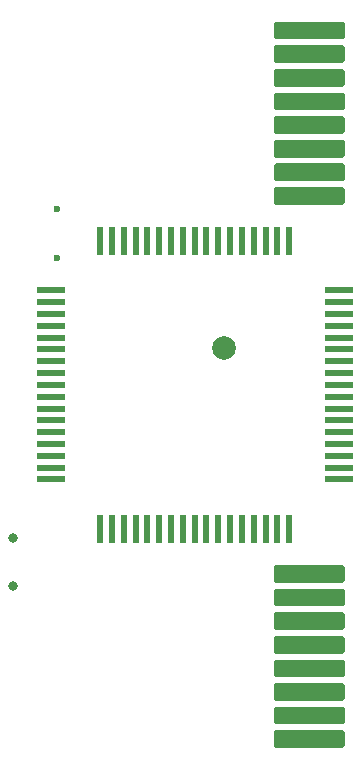
<source format=gbs>
G04 #@! TF.GenerationSoftware,KiCad,Pcbnew,(5.1.9)-1*
G04 #@! TF.CreationDate,2023-01-31T21:08:26+01:00*
G04 #@! TF.ProjectId,Side,53696465-2e6b-4696-9361-645f70636258,rev?*
G04 #@! TF.SameCoordinates,PXd59f80PYd59f80*
G04 #@! TF.FileFunction,Soldermask,Bot*
G04 #@! TF.FilePolarity,Negative*
%FSLAX46Y46*%
G04 Gerber Fmt 4.6, Leading zero omitted, Abs format (unit mm)*
G04 Created by KiCad (PCBNEW (5.1.9)-1) date 2023-01-31 21:08:26*
%MOMM*%
%LPD*%
G01*
G04 APERTURE LIST*
%ADD10C,2.000000*%
%ADD11R,0.600000X2.400000*%
%ADD12R,2.400000X0.600000*%
%ADD13O,0.800000X0.800000*%
%ADD14C,0.600000*%
G04 APERTURE END LIST*
D10*
X18500000Y-28900000D03*
D11*
X8000000Y-44200000D03*
X9000000Y-44200000D03*
X10000000Y-44200000D03*
X11000000Y-44200000D03*
X12000000Y-44200000D03*
X13000000Y-44200000D03*
X14000000Y-44200000D03*
X15000000Y-44200000D03*
X16000000Y-44200000D03*
X17000000Y-44200000D03*
X18000000Y-44200000D03*
X19000000Y-44200000D03*
X20000000Y-44200000D03*
X21000000Y-44200000D03*
X22000000Y-44200000D03*
X23000000Y-44200000D03*
X24000000Y-44200000D03*
D12*
X28200000Y-40000000D03*
X28200000Y-39000000D03*
X28200000Y-38000000D03*
X28200000Y-37000000D03*
X28200000Y-36000000D03*
X28200000Y-35000000D03*
X28200000Y-34000000D03*
X28200000Y-33000000D03*
X28200000Y-32000000D03*
X28200000Y-31000000D03*
X28200000Y-30000000D03*
X28200000Y-29000000D03*
X28200000Y-28000000D03*
X28200000Y-27000000D03*
X28200000Y-26000000D03*
X28200000Y-25000000D03*
X28200000Y-24000000D03*
D11*
X24000000Y-19800000D03*
X23000000Y-19800000D03*
X22000000Y-19800000D03*
X21000000Y-19800000D03*
X20000000Y-19800000D03*
X19000000Y-19800000D03*
X18000000Y-19800000D03*
X17000000Y-19800000D03*
X16000000Y-19800000D03*
X15000000Y-19800000D03*
X14000000Y-19800000D03*
X13000000Y-19800000D03*
X12000000Y-19800000D03*
X11000000Y-19800000D03*
X10000000Y-19800000D03*
X9000000Y-19800000D03*
X8000000Y-19800000D03*
D12*
X3800000Y-24000000D03*
X3800000Y-25000000D03*
X3800000Y-26000000D03*
X3800000Y-27000000D03*
X3800000Y-28000000D03*
X3800000Y-29000000D03*
X3800000Y-30000000D03*
X3800000Y-31000000D03*
X3800000Y-32000000D03*
X3800000Y-33000000D03*
X3800000Y-34000000D03*
X3800000Y-35000000D03*
X3800000Y-36000000D03*
X3800000Y-37000000D03*
X3800000Y-38000000D03*
X3800000Y-39000000D03*
X3800000Y-40000000D03*
D13*
X650000Y-49000000D03*
X650000Y-45000000D03*
D14*
X4350000Y-17125000D03*
X4350000Y-21275000D03*
G36*
G01*
X22700000Y-16600000D02*
X22700000Y-15400000D01*
G75*
G02*
X22850000Y-15250000I150000J0D01*
G01*
X28550000Y-15250000D01*
G75*
G02*
X28700000Y-15400000I0J-150000D01*
G01*
X28700000Y-16600000D01*
G75*
G02*
X28550000Y-16750000I-150000J0D01*
G01*
X22850000Y-16750000D01*
G75*
G02*
X22700000Y-16600000I0J150000D01*
G01*
G37*
G36*
G01*
X22700000Y-14600000D02*
X22700000Y-13400000D01*
G75*
G02*
X22850000Y-13250000I150000J0D01*
G01*
X28550000Y-13250000D01*
G75*
G02*
X28700000Y-13400000I0J-150000D01*
G01*
X28700000Y-14600000D01*
G75*
G02*
X28550000Y-14750000I-150000J0D01*
G01*
X22850000Y-14750000D01*
G75*
G02*
X22700000Y-14600000I0J150000D01*
G01*
G37*
G36*
G01*
X22700000Y-12600000D02*
X22700000Y-11400000D01*
G75*
G02*
X22850000Y-11250000I150000J0D01*
G01*
X28550000Y-11250000D01*
G75*
G02*
X28700000Y-11400000I0J-150000D01*
G01*
X28700000Y-12600000D01*
G75*
G02*
X28550000Y-12750000I-150000J0D01*
G01*
X22850000Y-12750000D01*
G75*
G02*
X22700000Y-12600000I0J150000D01*
G01*
G37*
G36*
G01*
X22700000Y-10600000D02*
X22700000Y-9400000D01*
G75*
G02*
X22850000Y-9250000I150000J0D01*
G01*
X28550000Y-9250000D01*
G75*
G02*
X28700000Y-9400000I0J-150000D01*
G01*
X28700000Y-10600000D01*
G75*
G02*
X28550000Y-10750000I-150000J0D01*
G01*
X22850000Y-10750000D01*
G75*
G02*
X22700000Y-10600000I0J150000D01*
G01*
G37*
G36*
G01*
X22700000Y-8600000D02*
X22700000Y-7400000D01*
G75*
G02*
X22850000Y-7250000I150000J0D01*
G01*
X28550000Y-7250000D01*
G75*
G02*
X28700000Y-7400000I0J-150000D01*
G01*
X28700000Y-8600000D01*
G75*
G02*
X28550000Y-8750000I-150000J0D01*
G01*
X22850000Y-8750000D01*
G75*
G02*
X22700000Y-8600000I0J150000D01*
G01*
G37*
G36*
G01*
X22700000Y-6600000D02*
X22700000Y-5400000D01*
G75*
G02*
X22850000Y-5250000I150000J0D01*
G01*
X28550000Y-5250000D01*
G75*
G02*
X28700000Y-5400000I0J-150000D01*
G01*
X28700000Y-6600000D01*
G75*
G02*
X28550000Y-6750000I-150000J0D01*
G01*
X22850000Y-6750000D01*
G75*
G02*
X22700000Y-6600000I0J150000D01*
G01*
G37*
G36*
G01*
X22700000Y-4600000D02*
X22700000Y-3400000D01*
G75*
G02*
X22850000Y-3250000I150000J0D01*
G01*
X28550000Y-3250000D01*
G75*
G02*
X28700000Y-3400000I0J-150000D01*
G01*
X28700000Y-4600000D01*
G75*
G02*
X28550000Y-4750000I-150000J0D01*
G01*
X22850000Y-4750000D01*
G75*
G02*
X22700000Y-4600000I0J150000D01*
G01*
G37*
G36*
G01*
X22700000Y-2600000D02*
X22700000Y-1400000D01*
G75*
G02*
X22850000Y-1250000I150000J0D01*
G01*
X28550000Y-1250000D01*
G75*
G02*
X28700000Y-1400000I0J-150000D01*
G01*
X28700000Y-2600000D01*
G75*
G02*
X28550000Y-2750000I-150000J0D01*
G01*
X22850000Y-2750000D01*
G75*
G02*
X22700000Y-2600000I0J150000D01*
G01*
G37*
G36*
G01*
X22700000Y-62600000D02*
X22700000Y-61400000D01*
G75*
G02*
X22850000Y-61250000I150000J0D01*
G01*
X28550000Y-61250000D01*
G75*
G02*
X28700000Y-61400000I0J-150000D01*
G01*
X28700000Y-62600000D01*
G75*
G02*
X28550000Y-62750000I-150000J0D01*
G01*
X22850000Y-62750000D01*
G75*
G02*
X22700000Y-62600000I0J150000D01*
G01*
G37*
G36*
G01*
X22700000Y-60600000D02*
X22700000Y-59400000D01*
G75*
G02*
X22850000Y-59250000I150000J0D01*
G01*
X28550000Y-59250000D01*
G75*
G02*
X28700000Y-59400000I0J-150000D01*
G01*
X28700000Y-60600000D01*
G75*
G02*
X28550000Y-60750000I-150000J0D01*
G01*
X22850000Y-60750000D01*
G75*
G02*
X22700000Y-60600000I0J150000D01*
G01*
G37*
G36*
G01*
X22700000Y-58600000D02*
X22700000Y-57400000D01*
G75*
G02*
X22850000Y-57250000I150000J0D01*
G01*
X28550000Y-57250000D01*
G75*
G02*
X28700000Y-57400000I0J-150000D01*
G01*
X28700000Y-58600000D01*
G75*
G02*
X28550000Y-58750000I-150000J0D01*
G01*
X22850000Y-58750000D01*
G75*
G02*
X22700000Y-58600000I0J150000D01*
G01*
G37*
G36*
G01*
X22700000Y-56600000D02*
X22700000Y-55400000D01*
G75*
G02*
X22850000Y-55250000I150000J0D01*
G01*
X28550000Y-55250000D01*
G75*
G02*
X28700000Y-55400000I0J-150000D01*
G01*
X28700000Y-56600000D01*
G75*
G02*
X28550000Y-56750000I-150000J0D01*
G01*
X22850000Y-56750000D01*
G75*
G02*
X22700000Y-56600000I0J150000D01*
G01*
G37*
G36*
G01*
X22700000Y-54600000D02*
X22700000Y-53400000D01*
G75*
G02*
X22850000Y-53250000I150000J0D01*
G01*
X28550000Y-53250000D01*
G75*
G02*
X28700000Y-53400000I0J-150000D01*
G01*
X28700000Y-54600000D01*
G75*
G02*
X28550000Y-54750000I-150000J0D01*
G01*
X22850000Y-54750000D01*
G75*
G02*
X22700000Y-54600000I0J150000D01*
G01*
G37*
G36*
G01*
X22700000Y-52600000D02*
X22700000Y-51400000D01*
G75*
G02*
X22850000Y-51250000I150000J0D01*
G01*
X28550000Y-51250000D01*
G75*
G02*
X28700000Y-51400000I0J-150000D01*
G01*
X28700000Y-52600000D01*
G75*
G02*
X28550000Y-52750000I-150000J0D01*
G01*
X22850000Y-52750000D01*
G75*
G02*
X22700000Y-52600000I0J150000D01*
G01*
G37*
G36*
G01*
X22700000Y-50600000D02*
X22700000Y-49400000D01*
G75*
G02*
X22850000Y-49250000I150000J0D01*
G01*
X28550000Y-49250000D01*
G75*
G02*
X28700000Y-49400000I0J-150000D01*
G01*
X28700000Y-50600000D01*
G75*
G02*
X28550000Y-50750000I-150000J0D01*
G01*
X22850000Y-50750000D01*
G75*
G02*
X22700000Y-50600000I0J150000D01*
G01*
G37*
G36*
G01*
X22700000Y-48600000D02*
X22700000Y-47400000D01*
G75*
G02*
X22850000Y-47250000I150000J0D01*
G01*
X28550000Y-47250000D01*
G75*
G02*
X28700000Y-47400000I0J-150000D01*
G01*
X28700000Y-48600000D01*
G75*
G02*
X28550000Y-48750000I-150000J0D01*
G01*
X22850000Y-48750000D01*
G75*
G02*
X22700000Y-48600000I0J150000D01*
G01*
G37*
M02*

</source>
